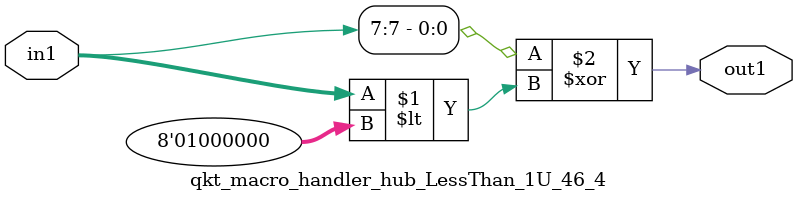
<source format=v>

`timescale 1ps / 1ps


module qkt_macro_handler_hub_LessThan_1U_46_4( in1, out1 );

    input [7:0] in1;
    output out1;

    
    // rtl_process:qkt_macro_handler_hub_LessThan_1U_46_4/qkt_macro_handler_hub_LessThan_1U_46_4_thread_1
    assign out1 = (in1[7] ^ in1 < 8'd064);

endmodule



</source>
